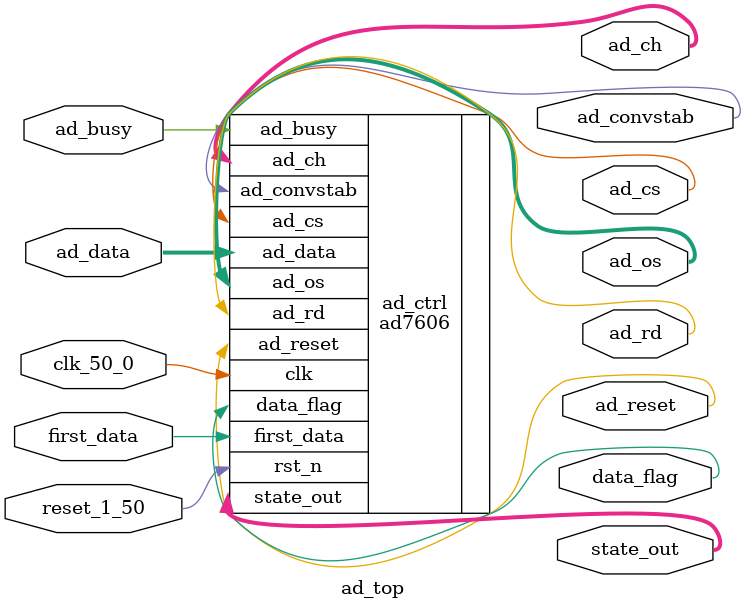
<source format=v>
module ad_top(
//gen
input clk_50_0,
input reset_1_50,
//与ad的接口
input [15:0] ad_data,
input ad_busy,
input first_data,
//ad_ctrl输出
output [2:0]  ad_os,
output ad_cs,
output ad_rd,
output ad_reset,
output ad_convstab,
output [15:0] ad_ch,
output data_flag,

//tool
output [3:0] state_out
);



ad7606 ad_ctrl(
   .clk(clk_50_0),                  //50mhz
   .rst_n(reset_1_50),                          //同步复位
	.ad_data(ad_data),            //ad7606 采样数据
	.ad_busy(ad_busy),            //ad7606 忙标志位 
   .first_data(first_data),         //ad7606 第一个数据标志位 	  
	
	.ad_os(ad_os),              //ad7606 过采样倍率选择
	.ad_cs(ad_cs),              //ad7606 AD cs
	.ad_rd(ad_rd),              //ad7606 AD data read
   .ad_reset(ad_reset),           //ad7606 AD reset
	.ad_convstab(ad_convstab),         //ad7606 AD convert start

	.ad_ch(ad_ch),   

	
	.data_flag(data_flag),
	
	//tool
	.state_out(state_out)
	);
	
endmodule

</source>
